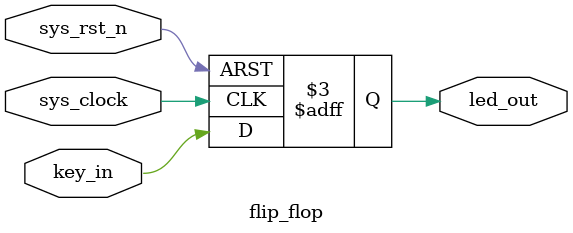
<source format=v>
module flip_flop
(
	input wire sys_clock,
	input wire sys_rst_n,
	input wire key_in,
	
	output reg led_out
);
/* //同步复位

always@(posedge sys_clock)
	if(sys_rst_n == 1'b0)
		led_out <= 1'b0;
	else
		led_out <= key_in;
		 */
//异步复位		
always@(posedge sys_clock or negedge sys_rst_n)
	if(sys_rst_n == 1'b0)
		led_out <= 1'b0;
	else
		led_out <= key_in;		
endmodule

//altera芯片最好使用异步复位，Xlilinx使用同步复位（结构决定）

</source>
